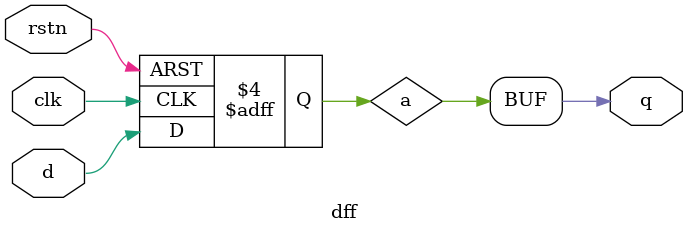
<source format=v>
`timescale 1ns / 1ps

module siso_shift_reg#(parameter BIT_SHIFT = 4)		//To define delay of clock cycles required between serial input(serial_in) and serial output(serial_out).(Or data required to be shifted by " BIT_SHIFT " bits.)
						(input clock_in,
						input resetn,
						input serial_in,
						output serial_out
						);

						//wires to drive output of one FF into input of other
						wire [BIT_SHIFT-2:0] ff_o;

						genvar i;

						generate

							for(i=0;i<BIT_SHIFT;i=i+1) begin
								if(i==0)
									dff ff0(.d(serial_in), .clk(clock_in), .rstn(resetn), .q(ff_o[0]));
								else if(i < BIT_SHIFT-1) 
									dff ff1(.d(ff_o[i-1]), .clk(clock_in), .rstn(resetn), .q(ff_o[i]));
								else
									dff ff2(.d(ff_o[BIT_SHIFT-2]), .clk(clock_in), .rstn(resetn), .q(serial_out));
							end

						endgenerate

endmodule

//D Flip-Flop module 
module dff(input d,
           input clk,
           input rstn,
           output q
           );
    reg a;
		wire qb;
    assign q = a;
    assign qb = ~a;
    always @(posedge clk or negedge rstn)
      begin
        if(!rstn)
          a <= 1'b0;
        else
          a <= d;
      end
endmodule 

</source>
